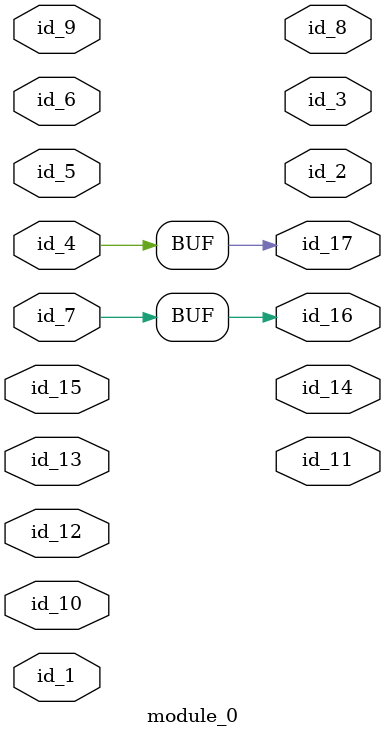
<source format=v>
module module_0 (
    id_1,
    id_2,
    id_3,
    id_4,
    id_5,
    id_6,
    id_7,
    id_8,
    id_9,
    id_10,
    id_11,
    id_12,
    id_13,
    id_14,
    id_15,
    id_16,
    id_17
);
  output id_17;
  output id_16;
  input id_15;
  output id_14;
  inout id_13;
  input id_12;
  output id_11;
  input id_10;
  inout id_9;
  output id_8;
  input id_7;
  inout id_6;
  input id_5;
  input id_4;
  output id_3;
  output id_2;
  inout id_1;
  assign id_16 = id_7;
  reg id_17;
  always id_17 <= id_4;
endmodule

</source>
